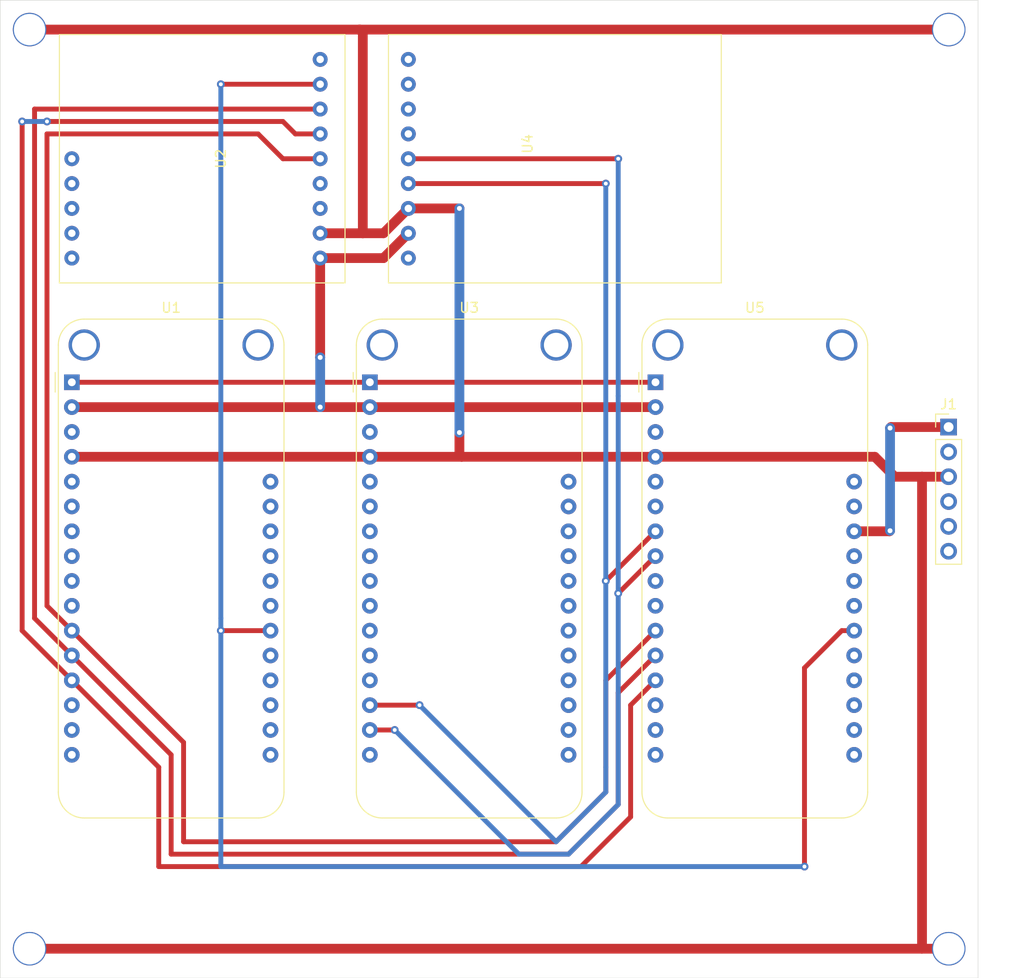
<source format=kicad_pcb>
(kicad_pcb (version 20171130) (host pcbnew "(5.1.8)-1")

  (general
    (thickness 1.6)
    (drawings 4)
    (tracks 130)
    (zones 0)
    (modules 6)
    (nets 11)
  )

  (page A4)
  (layers
    (0 F.Cu signal)
    (31 B.Cu signal)
    (32 B.Adhes user)
    (33 F.Adhes user)
    (34 B.Paste user)
    (35 F.Paste user)
    (36 B.SilkS user)
    (37 F.SilkS user)
    (38 B.Mask user)
    (39 F.Mask user)
    (40 Dwgs.User user)
    (41 Cmts.User user)
    (42 Eco1.User user)
    (43 Eco2.User user)
    (44 Edge.Cuts user)
    (45 Margin user)
    (46 B.CrtYd user)
    (47 F.CrtYd user)
    (48 B.Fab user)
    (49 F.Fab user)
  )

  (setup
    (last_trace_width 0.999744)
    (user_trace_width 0.499872)
    (user_trace_width 0.999744)
    (trace_clearance 0.2)
    (zone_clearance 0.508)
    (zone_45_only no)
    (trace_min 0.2)
    (via_size 0.8)
    (via_drill 0.4)
    (via_min_size 0.4)
    (via_min_drill 0.3)
    (user_via 0.999744 0.499872)
    (uvia_size 0.3)
    (uvia_drill 0.1)
    (uvias_allowed no)
    (uvia_min_size 0.2)
    (uvia_min_drill 0.1)
    (edge_width 0.05)
    (segment_width 0.2)
    (pcb_text_width 0.3)
    (pcb_text_size 1.5 1.5)
    (mod_edge_width 0.12)
    (mod_text_size 1 1)
    (mod_text_width 0.15)
    (pad_size 1.524 1.524)
    (pad_drill 0.762)
    (pad_to_mask_clearance 0)
    (aux_axis_origin 0 0)
    (visible_elements 7FFFFFFF)
    (pcbplotparams
      (layerselection 0x010fc_ffffffff)
      (usegerberextensions false)
      (usegerberattributes true)
      (usegerberadvancedattributes true)
      (creategerberjobfile true)
      (excludeedgelayer true)
      (linewidth 0.100000)
      (plotframeref false)
      (viasonmask false)
      (mode 1)
      (useauxorigin false)
      (hpglpennumber 1)
      (hpglpenspeed 20)
      (hpglpendiameter 15.000000)
      (psnegative false)
      (psa4output false)
      (plotreference true)
      (plotvalue true)
      (plotinvisibletext false)
      (padsonsilk false)
      (subtractmaskfromsilk false)
      (outputformat 1)
      (mirror false)
      (drillshape 1)
      (scaleselection 1)
      (outputdirectory ""))
  )

  (net 0 "")
  (net 1 +5V)
  (net 2 GND)
  (net 3 MISO)
  (net 4 MOSI)
  (net 5 SCK)
  (net 6 +3V3)
  (net 7 Reset)
  (net 8 CS1)
  (net 9 Transmit)
  (net 10 Recieve)

  (net_class Default "This is the default net class."
    (clearance 0.2)
    (trace_width 0.25)
    (via_dia 0.8)
    (via_drill 0.4)
    (uvia_dia 0.3)
    (uvia_drill 0.1)
    (add_net +3V3)
    (add_net +5V)
    (add_net CS1)
    (add_net GND)
    (add_net MISO)
    (add_net MOSI)
    (add_net Recieve)
    (add_net Reset)
    (add_net SCK)
    (add_net Transmit)
  )

  (module Module:Adafruit_Feather_WithMountingHoles (layer F.Cu) (tedit 5F74A135) (tstamp 604623AF)
    (at 20.32 52.07)
    (descr "Common footprint for the Adafruit Feather series of boards, https://learn.adafruit.com/adafruit-feather/feather-specification")
    (tags "Adafruit Feather")
    (path /5FECE996)
    (fp_text reference U1 (at 10.16 -7.62) (layer F.SilkS)
      (effects (font (size 1 1) (thickness 0.15)))
    )
    (fp_text value "LoRa Feather" (at 10.16 45.72 180) (layer F.Fab)
      (effects (font (size 1 1) (thickness 0.15)))
    )
    (fp_line (start 21.84 41.91) (end 21.84 -3.81) (layer F.CrtYd) (width 0.05))
    (fp_line (start 19.05 44.7) (end 1.27 44.7) (layer F.CrtYd) (width 0.05))
    (fp_line (start -1.52 41.91) (end -1.52 -3.81) (layer F.CrtYd) (width 0.05))
    (fp_line (start 19.05 -6.46) (end 1.27 -6.46) (layer F.SilkS) (width 0.12))
    (fp_line (start 19.05 44.56) (end 1.27 44.56) (layer F.SilkS) (width 0.12))
    (fp_line (start 21.7 -3.81) (end 21.7 41.91) (layer F.SilkS) (width 0.12))
    (fp_line (start -1.38 -3.81) (end -1.38 41.91) (layer F.SilkS) (width 0.12))
    (fp_line (start 19.05 -6.35) (end 1.27 -6.35) (layer F.Fab) (width 0.1))
    (fp_line (start -1.27 -3.81) (end -1.27 41.91) (layer F.Fab) (width 0.1))
    (fp_line (start 1.27 44.45) (end 19.05 44.45) (layer F.Fab) (width 0.1))
    (fp_line (start 21.59 41.91) (end 21.59 -3.81) (layer F.Fab) (width 0.1))
    (fp_line (start 19.05 -6.6) (end 1.27 -6.6) (layer F.CrtYd) (width 0.05))
    (fp_line (start -1.7 1) (end -1.7 -1) (layer F.SilkS) (width 0.12))
    (fp_line (start -1.27 -0.889) (end -0.381 0) (layer F.Fab) (width 0.1))
    (fp_line (start -0.381 0) (end -1.27 0.889) (layer F.Fab) (width 0.1))
    (fp_arc (start 19.05 -3.81) (end 21.84 -3.81) (angle -90) (layer F.CrtYd) (width 0.05))
    (fp_arc (start 1.27 -3.81) (end 1.27 -6.6) (angle -90) (layer F.CrtYd) (width 0.05))
    (fp_arc (start 19.05 41.91) (end 21.59 41.91) (angle 90) (layer F.Fab) (width 0.1))
    (fp_arc (start 1.27 41.91) (end -1.27 41.91) (angle -88.9) (layer F.Fab) (width 0.1))
    (fp_arc (start 1.27 -3.81) (end -1.27 -3.81) (angle 90) (layer F.Fab) (width 0.1))
    (fp_arc (start 19.05 -3.81) (end 19.05 -6.35) (angle 90) (layer F.Fab) (width 0.1))
    (fp_arc (start 1.27 41.91) (end -1.38 41.91) (angle -90) (layer F.SilkS) (width 0.12))
    (fp_arc (start 19.05 41.91) (end 19.05 44.56) (angle -90) (layer F.SilkS) (width 0.12))
    (fp_arc (start 1.27 -3.81) (end 1.27 -6.46) (angle -90) (layer F.SilkS) (width 0.12))
    (fp_arc (start 19.05 -3.81) (end 21.7 -3.81) (angle -90) (layer F.SilkS) (width 0.12))
    (fp_arc (start 1.27 41.91) (end -1.52 41.91) (angle -90) (layer F.CrtYd) (width 0.05))
    (fp_arc (start 19.05 41.91) (end 19.05 44.7) (angle -90) (layer F.CrtYd) (width 0.05))
    (fp_text user %R (at 10.16 19.05 180) (layer F.Fab)
      (effects (font (size 1 1) (thickness 0.15)))
    )
    (pad 16 thru_hole circle (at 0 38.1 180) (size 1.6 1.6) (drill 0.8) (layers *.Cu *.Mask))
    (pad 15 thru_hole circle (at 0 35.56 180) (size 1.6 1.6) (drill 0.8) (layers *.Cu *.Mask))
    (pad 14 thru_hole circle (at 0 33.02 180) (size 1.6 1.6) (drill 0.8) (layers *.Cu *.Mask))
    (pad 13 thru_hole circle (at 0 30.48 180) (size 1.6 1.6) (drill 0.8) (layers *.Cu *.Mask)
      (net 3 MISO))
    (pad 12 thru_hole circle (at 0 27.94 180) (size 1.6 1.6) (drill 0.8) (layers *.Cu *.Mask)
      (net 4 MOSI))
    (pad 11 thru_hole circle (at 0 25.4 180) (size 1.6 1.6) (drill 0.8) (layers *.Cu *.Mask)
      (net 5 SCK))
    (pad 10 thru_hole circle (at 0 22.86 180) (size 1.6 1.6) (drill 0.8) (layers *.Cu *.Mask))
    (pad 9 thru_hole circle (at 0 20.32 180) (size 1.6 1.6) (drill 0.8) (layers *.Cu *.Mask))
    (pad 8 thru_hole circle (at 0 17.78 180) (size 1.6 1.6) (drill 0.8) (layers *.Cu *.Mask))
    (pad 7 thru_hole circle (at 0 15.24 180) (size 1.6 1.6) (drill 0.8) (layers *.Cu *.Mask))
    (pad 6 thru_hole circle (at 0 12.7 180) (size 1.6 1.6) (drill 0.8) (layers *.Cu *.Mask))
    (pad 5 thru_hole circle (at 0 10.16 180) (size 1.6 1.6) (drill 0.8) (layers *.Cu *.Mask))
    (pad 4 thru_hole circle (at 0 7.62 180) (size 1.6 1.6) (drill 0.8) (layers *.Cu *.Mask)
      (net 2 GND))
    (pad 3 thru_hole circle (at 0 5.08 180) (size 1.6 1.6) (drill 0.8) (layers *.Cu *.Mask))
    (pad 2 thru_hole circle (at 0 2.54 180) (size 1.6 1.6) (drill 0.8) (layers *.Cu *.Mask)
      (net 6 +3V3))
    (pad 1 thru_hole rect (at 0 0 180) (size 1.6 1.6) (drill 0.8) (layers *.Cu *.Mask)
      (net 7 Reset))
    (pad 28 thru_hole circle (at 20.32 10.16 180) (size 1.6 1.6) (drill 0.8) (layers *.Cu *.Mask))
    (pad 27 thru_hole circle (at 20.32 12.7 180) (size 1.6 1.6) (drill 0.8) (layers *.Cu *.Mask))
    (pad 26 thru_hole circle (at 20.32 15.24 180) (size 1.6 1.6) (drill 0.8) (layers *.Cu *.Mask))
    (pad 25 thru_hole circle (at 20.32 17.78 180) (size 1.6 1.6) (drill 0.8) (layers *.Cu *.Mask))
    (pad 24 thru_hole circle (at 20.32 20.32 180) (size 1.6 1.6) (drill 0.8) (layers *.Cu *.Mask))
    (pad 23 thru_hole circle (at 20.32 22.86 180) (size 1.6 1.6) (drill 0.8) (layers *.Cu *.Mask))
    (pad 22 thru_hole circle (at 20.32 25.4 180) (size 1.6 1.6) (drill 0.8) (layers *.Cu *.Mask)
      (net 8 CS1))
    (pad 21 thru_hole circle (at 20.32 27.94 180) (size 1.6 1.6) (drill 0.8) (layers *.Cu *.Mask))
    (pad 20 thru_hole circle (at 20.32 30.48 180) (size 1.6 1.6) (drill 0.8) (layers *.Cu *.Mask))
    (pad 19 thru_hole circle (at 20.32 33.02 180) (size 1.6 1.6) (drill 0.8) (layers *.Cu *.Mask))
    (pad 18 thru_hole circle (at 20.32 35.56 180) (size 1.6 1.6) (drill 0.8) (layers *.Cu *.Mask))
    (pad 17 thru_hole circle (at 20.32 38.1 180) (size 1.6 1.6) (drill 0.8) (layers *.Cu *.Mask))
    (pad "" np_thru_hole circle (at 19.05 -3.81 270) (size 3.2 3.2) (drill 2.5) (layers *.Cu *.Mask))
    (pad "" np_thru_hole circle (at 19.05 41.91 270) (size 2.54 2.54) (drill 2.54) (layers *.Cu *.Mask))
    (pad "" np_thru_hole circle (at 1.27 -3.81 270) (size 3.2 3.2) (drill 2.5) (layers *.Cu *.Mask))
    (pad "" np_thru_hole circle (at 1.27 41.91 270) (size 2.54 2.54) (drill 2.54) (layers *.Cu *.Mask))
    (model ${KISYS3DMOD}/Module.3dshapes/Adafruit_Feather.wrl
      (at (xyz 0 0 0))
      (scale (xyz 1 1 1))
      (rotate (xyz 0 0 0))
    )
  )

  (module Module:Adafruit_Feather_WithMountingHoles (layer F.Cu) (tedit 5F74A135) (tstamp 604623EF)
    (at 50.8 52.07)
    (descr "Common footprint for the Adafruit Feather series of boards, https://learn.adafruit.com/adafruit-feather/feather-specification")
    (tags "Adafruit Feather")
    (path /5FECAF4B)
    (fp_text reference U3 (at 10.16 -7.62) (layer F.SilkS)
      (effects (font (size 1 1) (thickness 0.15)))
    )
    (fp_text value "GPS Feather" (at 10.16 45.72 180) (layer F.Fab)
      (effects (font (size 1 1) (thickness 0.15)))
    )
    (fp_line (start -0.381 0) (end -1.27 0.889) (layer F.Fab) (width 0.1))
    (fp_line (start -1.27 -0.889) (end -0.381 0) (layer F.Fab) (width 0.1))
    (fp_line (start -1.7 1) (end -1.7 -1) (layer F.SilkS) (width 0.12))
    (fp_line (start 19.05 -6.6) (end 1.27 -6.6) (layer F.CrtYd) (width 0.05))
    (fp_line (start 21.59 41.91) (end 21.59 -3.81) (layer F.Fab) (width 0.1))
    (fp_line (start 1.27 44.45) (end 19.05 44.45) (layer F.Fab) (width 0.1))
    (fp_line (start -1.27 -3.81) (end -1.27 41.91) (layer F.Fab) (width 0.1))
    (fp_line (start 19.05 -6.35) (end 1.27 -6.35) (layer F.Fab) (width 0.1))
    (fp_line (start -1.38 -3.81) (end -1.38 41.91) (layer F.SilkS) (width 0.12))
    (fp_line (start 21.7 -3.81) (end 21.7 41.91) (layer F.SilkS) (width 0.12))
    (fp_line (start 19.05 44.56) (end 1.27 44.56) (layer F.SilkS) (width 0.12))
    (fp_line (start 19.05 -6.46) (end 1.27 -6.46) (layer F.SilkS) (width 0.12))
    (fp_line (start -1.52 41.91) (end -1.52 -3.81) (layer F.CrtYd) (width 0.05))
    (fp_line (start 19.05 44.7) (end 1.27 44.7) (layer F.CrtYd) (width 0.05))
    (fp_line (start 21.84 41.91) (end 21.84 -3.81) (layer F.CrtYd) (width 0.05))
    (fp_text user %R (at 10.16 19.05 180) (layer F.Fab)
      (effects (font (size 1 1) (thickness 0.15)))
    )
    (fp_arc (start 19.05 41.91) (end 19.05 44.7) (angle -90) (layer F.CrtYd) (width 0.05))
    (fp_arc (start 1.27 41.91) (end -1.52 41.91) (angle -90) (layer F.CrtYd) (width 0.05))
    (fp_arc (start 19.05 -3.81) (end 21.7 -3.81) (angle -90) (layer F.SilkS) (width 0.12))
    (fp_arc (start 1.27 -3.81) (end 1.27 -6.46) (angle -90) (layer F.SilkS) (width 0.12))
    (fp_arc (start 19.05 41.91) (end 19.05 44.56) (angle -90) (layer F.SilkS) (width 0.12))
    (fp_arc (start 1.27 41.91) (end -1.38 41.91) (angle -90) (layer F.SilkS) (width 0.12))
    (fp_arc (start 19.05 -3.81) (end 19.05 -6.35) (angle 90) (layer F.Fab) (width 0.1))
    (fp_arc (start 1.27 -3.81) (end -1.27 -3.81) (angle 90) (layer F.Fab) (width 0.1))
    (fp_arc (start 1.27 41.91) (end -1.27 41.91) (angle -88.9) (layer F.Fab) (width 0.1))
    (fp_arc (start 19.05 41.91) (end 21.59 41.91) (angle 90) (layer F.Fab) (width 0.1))
    (fp_arc (start 1.27 -3.81) (end 1.27 -6.6) (angle -90) (layer F.CrtYd) (width 0.05))
    (fp_arc (start 19.05 -3.81) (end 21.84 -3.81) (angle -90) (layer F.CrtYd) (width 0.05))
    (pad "" np_thru_hole circle (at 1.27 41.91 270) (size 2.54 2.54) (drill 2.54) (layers *.Cu *.Mask))
    (pad "" np_thru_hole circle (at 1.27 -3.81 270) (size 3.2 3.2) (drill 2.5) (layers *.Cu *.Mask))
    (pad "" np_thru_hole circle (at 19.05 41.91 270) (size 2.54 2.54) (drill 2.54) (layers *.Cu *.Mask))
    (pad "" np_thru_hole circle (at 19.05 -3.81 270) (size 3.2 3.2) (drill 2.5) (layers *.Cu *.Mask))
    (pad 17 thru_hole circle (at 20.32 38.1 180) (size 1.6 1.6) (drill 0.8) (layers *.Cu *.Mask))
    (pad 18 thru_hole circle (at 20.32 35.56 180) (size 1.6 1.6) (drill 0.8) (layers *.Cu *.Mask))
    (pad 19 thru_hole circle (at 20.32 33.02 180) (size 1.6 1.6) (drill 0.8) (layers *.Cu *.Mask))
    (pad 20 thru_hole circle (at 20.32 30.48 180) (size 1.6 1.6) (drill 0.8) (layers *.Cu *.Mask))
    (pad 21 thru_hole circle (at 20.32 27.94 180) (size 1.6 1.6) (drill 0.8) (layers *.Cu *.Mask))
    (pad 22 thru_hole circle (at 20.32 25.4 180) (size 1.6 1.6) (drill 0.8) (layers *.Cu *.Mask))
    (pad 23 thru_hole circle (at 20.32 22.86 180) (size 1.6 1.6) (drill 0.8) (layers *.Cu *.Mask))
    (pad 24 thru_hole circle (at 20.32 20.32 180) (size 1.6 1.6) (drill 0.8) (layers *.Cu *.Mask))
    (pad 25 thru_hole circle (at 20.32 17.78 180) (size 1.6 1.6) (drill 0.8) (layers *.Cu *.Mask))
    (pad 26 thru_hole circle (at 20.32 15.24 180) (size 1.6 1.6) (drill 0.8) (layers *.Cu *.Mask))
    (pad 27 thru_hole circle (at 20.32 12.7 180) (size 1.6 1.6) (drill 0.8) (layers *.Cu *.Mask))
    (pad 28 thru_hole circle (at 20.32 10.16 180) (size 1.6 1.6) (drill 0.8) (layers *.Cu *.Mask))
    (pad 1 thru_hole rect (at 0 0 180) (size 1.6 1.6) (drill 0.8) (layers *.Cu *.Mask)
      (net 7 Reset))
    (pad 2 thru_hole circle (at 0 2.54 180) (size 1.6 1.6) (drill 0.8) (layers *.Cu *.Mask)
      (net 6 +3V3))
    (pad 3 thru_hole circle (at 0 5.08 180) (size 1.6 1.6) (drill 0.8) (layers *.Cu *.Mask))
    (pad 4 thru_hole circle (at 0 7.62 180) (size 1.6 1.6) (drill 0.8) (layers *.Cu *.Mask)
      (net 2 GND))
    (pad 5 thru_hole circle (at 0 10.16 180) (size 1.6 1.6) (drill 0.8) (layers *.Cu *.Mask))
    (pad 6 thru_hole circle (at 0 12.7 180) (size 1.6 1.6) (drill 0.8) (layers *.Cu *.Mask))
    (pad 7 thru_hole circle (at 0 15.24 180) (size 1.6 1.6) (drill 0.8) (layers *.Cu *.Mask))
    (pad 8 thru_hole circle (at 0 17.78 180) (size 1.6 1.6) (drill 0.8) (layers *.Cu *.Mask))
    (pad 9 thru_hole circle (at 0 20.32 180) (size 1.6 1.6) (drill 0.8) (layers *.Cu *.Mask))
    (pad 10 thru_hole circle (at 0 22.86 180) (size 1.6 1.6) (drill 0.8) (layers *.Cu *.Mask))
    (pad 11 thru_hole circle (at 0 25.4 180) (size 1.6 1.6) (drill 0.8) (layers *.Cu *.Mask))
    (pad 12 thru_hole circle (at 0 27.94 180) (size 1.6 1.6) (drill 0.8) (layers *.Cu *.Mask))
    (pad 13 thru_hole circle (at 0 30.48 180) (size 1.6 1.6) (drill 0.8) (layers *.Cu *.Mask))
    (pad 14 thru_hole circle (at 0 33.02 180) (size 1.6 1.6) (drill 0.8) (layers *.Cu *.Mask)
      (net 9 Transmit))
    (pad 15 thru_hole circle (at 0 35.56 180) (size 1.6 1.6) (drill 0.8) (layers *.Cu *.Mask)
      (net 10 Recieve))
    (pad 16 thru_hole circle (at 0 38.1 180) (size 1.6 1.6) (drill 0.8) (layers *.Cu *.Mask))
    (model ${KISYS3DMOD}/Module.3dshapes/Adafruit_Feather.wrl
      (at (xyz 0 0 0))
      (scale (xyz 1 1 1))
      (rotate (xyz 0 0 0))
    )
  )

  (module Module:Adafruit_Feather_WithMountingHoles (layer F.Cu) (tedit 5F74A135) (tstamp 6046242F)
    (at 80.01 52.07)
    (descr "Common footprint for the Adafruit Feather series of boards, https://learn.adafruit.com/adafruit-feather/feather-specification")
    (tags "Adafruit Feather")
    (path /5FEC8213)
    (fp_text reference U5 (at 10.16 -7.62) (layer F.SilkS)
      (effects (font (size 1 1) (thickness 0.15)))
    )
    (fp_text value M4 (at 10.16 45.72 180) (layer F.Fab)
      (effects (font (size 1 1) (thickness 0.15)))
    )
    (fp_line (start 21.84 41.91) (end 21.84 -3.81) (layer F.CrtYd) (width 0.05))
    (fp_line (start 19.05 44.7) (end 1.27 44.7) (layer F.CrtYd) (width 0.05))
    (fp_line (start -1.52 41.91) (end -1.52 -3.81) (layer F.CrtYd) (width 0.05))
    (fp_line (start 19.05 -6.46) (end 1.27 -6.46) (layer F.SilkS) (width 0.12))
    (fp_line (start 19.05 44.56) (end 1.27 44.56) (layer F.SilkS) (width 0.12))
    (fp_line (start 21.7 -3.81) (end 21.7 41.91) (layer F.SilkS) (width 0.12))
    (fp_line (start -1.38 -3.81) (end -1.38 41.91) (layer F.SilkS) (width 0.12))
    (fp_line (start 19.05 -6.35) (end 1.27 -6.35) (layer F.Fab) (width 0.1))
    (fp_line (start -1.27 -3.81) (end -1.27 41.91) (layer F.Fab) (width 0.1))
    (fp_line (start 1.27 44.45) (end 19.05 44.45) (layer F.Fab) (width 0.1))
    (fp_line (start 21.59 41.91) (end 21.59 -3.81) (layer F.Fab) (width 0.1))
    (fp_line (start 19.05 -6.6) (end 1.27 -6.6) (layer F.CrtYd) (width 0.05))
    (fp_line (start -1.7 1) (end -1.7 -1) (layer F.SilkS) (width 0.12))
    (fp_line (start -1.27 -0.889) (end -0.381 0) (layer F.Fab) (width 0.1))
    (fp_line (start -0.381 0) (end -1.27 0.889) (layer F.Fab) (width 0.1))
    (fp_arc (start 19.05 -3.81) (end 21.84 -3.81) (angle -90) (layer F.CrtYd) (width 0.05))
    (fp_arc (start 1.27 -3.81) (end 1.27 -6.6) (angle -90) (layer F.CrtYd) (width 0.05))
    (fp_arc (start 19.05 41.91) (end 21.59 41.91) (angle 90) (layer F.Fab) (width 0.1))
    (fp_arc (start 1.27 41.91) (end -1.27 41.91) (angle -88.9) (layer F.Fab) (width 0.1))
    (fp_arc (start 1.27 -3.81) (end -1.27 -3.81) (angle 90) (layer F.Fab) (width 0.1))
    (fp_arc (start 19.05 -3.81) (end 19.05 -6.35) (angle 90) (layer F.Fab) (width 0.1))
    (fp_arc (start 1.27 41.91) (end -1.38 41.91) (angle -90) (layer F.SilkS) (width 0.12))
    (fp_arc (start 19.05 41.91) (end 19.05 44.56) (angle -90) (layer F.SilkS) (width 0.12))
    (fp_arc (start 1.27 -3.81) (end 1.27 -6.46) (angle -90) (layer F.SilkS) (width 0.12))
    (fp_arc (start 19.05 -3.81) (end 21.7 -3.81) (angle -90) (layer F.SilkS) (width 0.12))
    (fp_arc (start 1.27 41.91) (end -1.52 41.91) (angle -90) (layer F.CrtYd) (width 0.05))
    (fp_arc (start 19.05 41.91) (end 19.05 44.7) (angle -90) (layer F.CrtYd) (width 0.05))
    (fp_text user %R (at 10.16 19.05 180) (layer F.Fab)
      (effects (font (size 1 1) (thickness 0.15)))
    )
    (pad 16 thru_hole circle (at 0 38.1 180) (size 1.6 1.6) (drill 0.8) (layers *.Cu *.Mask))
    (pad 15 thru_hole circle (at 0 35.56 180) (size 1.6 1.6) (drill 0.8) (layers *.Cu *.Mask))
    (pad 14 thru_hole circle (at 0 33.02 180) (size 1.6 1.6) (drill 0.8) (layers *.Cu *.Mask))
    (pad 13 thru_hole circle (at 0 30.48 180) (size 1.6 1.6) (drill 0.8) (layers *.Cu *.Mask)
      (net 3 MISO))
    (pad 12 thru_hole circle (at 0 27.94 180) (size 1.6 1.6) (drill 0.8) (layers *.Cu *.Mask)
      (net 4 MOSI))
    (pad 11 thru_hole circle (at 0 25.4 180) (size 1.6 1.6) (drill 0.8) (layers *.Cu *.Mask)
      (net 5 SCK))
    (pad 10 thru_hole circle (at 0 22.86 180) (size 1.6 1.6) (drill 0.8) (layers *.Cu *.Mask))
    (pad 9 thru_hole circle (at 0 20.32 180) (size 1.6 1.6) (drill 0.8) (layers *.Cu *.Mask))
    (pad 8 thru_hole circle (at 0 17.78 180) (size 1.6 1.6) (drill 0.8) (layers *.Cu *.Mask)
      (net 10 Recieve))
    (pad 7 thru_hole circle (at 0 15.24 180) (size 1.6 1.6) (drill 0.8) (layers *.Cu *.Mask)
      (net 9 Transmit))
    (pad 6 thru_hole circle (at 0 12.7 180) (size 1.6 1.6) (drill 0.8) (layers *.Cu *.Mask))
    (pad 5 thru_hole circle (at 0 10.16 180) (size 1.6 1.6) (drill 0.8) (layers *.Cu *.Mask))
    (pad 4 thru_hole circle (at 0 7.62 180) (size 1.6 1.6) (drill 0.8) (layers *.Cu *.Mask)
      (net 2 GND))
    (pad 3 thru_hole circle (at 0 5.08 180) (size 1.6 1.6) (drill 0.8) (layers *.Cu *.Mask))
    (pad 2 thru_hole circle (at 0 2.54 180) (size 1.6 1.6) (drill 0.8) (layers *.Cu *.Mask)
      (net 6 +3V3))
    (pad 1 thru_hole rect (at 0 0 180) (size 1.6 1.6) (drill 0.8) (layers *.Cu *.Mask)
      (net 7 Reset))
    (pad 28 thru_hole circle (at 20.32 10.16 180) (size 1.6 1.6) (drill 0.8) (layers *.Cu *.Mask))
    (pad 27 thru_hole circle (at 20.32 12.7 180) (size 1.6 1.6) (drill 0.8) (layers *.Cu *.Mask))
    (pad 26 thru_hole circle (at 20.32 15.24 180) (size 1.6 1.6) (drill 0.8) (layers *.Cu *.Mask)
      (net 1 +5V))
    (pad 25 thru_hole circle (at 20.32 17.78 180) (size 1.6 1.6) (drill 0.8) (layers *.Cu *.Mask))
    (pad 24 thru_hole circle (at 20.32 20.32 180) (size 1.6 1.6) (drill 0.8) (layers *.Cu *.Mask))
    (pad 23 thru_hole circle (at 20.32 22.86 180) (size 1.6 1.6) (drill 0.8) (layers *.Cu *.Mask))
    (pad 22 thru_hole circle (at 20.32 25.4 180) (size 1.6 1.6) (drill 0.8) (layers *.Cu *.Mask)
      (net 8 CS1))
    (pad 21 thru_hole circle (at 20.32 27.94 180) (size 1.6 1.6) (drill 0.8) (layers *.Cu *.Mask))
    (pad 20 thru_hole circle (at 20.32 30.48 180) (size 1.6 1.6) (drill 0.8) (layers *.Cu *.Mask))
    (pad 19 thru_hole circle (at 20.32 33.02 180) (size 1.6 1.6) (drill 0.8) (layers *.Cu *.Mask))
    (pad 18 thru_hole circle (at 20.32 35.56 180) (size 1.6 1.6) (drill 0.8) (layers *.Cu *.Mask))
    (pad 17 thru_hole circle (at 20.32 38.1 180) (size 1.6 1.6) (drill 0.8) (layers *.Cu *.Mask))
    (pad "" np_thru_hole circle (at 19.05 -3.81 270) (size 3.2 3.2) (drill 2.5) (layers *.Cu *.Mask))
    (pad "" np_thru_hole circle (at 19.05 41.91 270) (size 2.54 2.54) (drill 2.54) (layers *.Cu *.Mask))
    (pad "" np_thru_hole circle (at 1.27 -3.81 270) (size 3.2 3.2) (drill 2.5) (layers *.Cu *.Mask))
    (pad "" np_thru_hole circle (at 1.27 41.91 270) (size 2.54 2.54) (drill 2.54) (layers *.Cu *.Mask))
    (model ${KISYS3DMOD}/Module.3dshapes/Adafruit_Feather.wrl
      (at (xyz 0 0 0))
      (scale (xyz 1 1 1))
      (rotate (xyz 0 0 0))
    )
  )

  (module Devices:LoRa_Breakout (layer F.Cu) (tedit 6046D813) (tstamp 6047380F)
    (at 48.26 41.91 90)
    (path /5FEED44E)
    (fp_text reference U2 (at 12.7 -12.7 90) (layer F.SilkS)
      (effects (font (size 1 1) (thickness 0.15)))
    )
    (fp_text value LoRa_Breakout (at 12.7 -20.32 90) (layer F.Fab)
      (effects (font (size 1 1) (thickness 0.15)))
    )
    (fp_line (start 0 0) (end 0 -29.21) (layer F.SilkS) (width 0.12))
    (fp_line (start 0 -29.21) (end 25.4 -29.21) (layer F.SilkS) (width 0.12))
    (fp_line (start 25.4 -29.21) (end 25.4 0) (layer F.SilkS) (width 0.12))
    (fp_line (start 25.4 0) (end 0 0) (layer F.SilkS) (width 0.12))
    (pad 1 thru_hole circle (at 2.54 -2.54 90) (size 1.524 1.524) (drill 0.762) (layers *.Cu *.Mask)
      (net 6 +3V3))
    (pad 2 thru_hole circle (at 5.08 -2.54 90) (size 1.524 1.524) (drill 0.762) (layers *.Cu *.Mask)
      (net 2 GND))
    (pad 3 thru_hole circle (at 7.62 -2.54 90) (size 1.524 1.524) (drill 0.762) (layers *.Cu *.Mask))
    (pad 4 thru_hole circle (at 10.16 -2.54 90) (size 1.524 1.524) (drill 0.762) (layers *.Cu *.Mask))
    (pad 5 thru_hole circle (at 12.7 -2.54 90) (size 1.524 1.524) (drill 0.762) (layers *.Cu *.Mask)
      (net 5 SCK))
    (pad 6 thru_hole circle (at 15.24 -2.54 90) (size 1.524 1.524) (drill 0.762) (layers *.Cu *.Mask)
      (net 3 MISO))
    (pad 7 thru_hole circle (at 17.78 -2.54 90) (size 1.524 1.524) (drill 0.762) (layers *.Cu *.Mask)
      (net 4 MOSI))
    (pad 8 thru_hole circle (at 20.32 -2.54 90) (size 1.524 1.524) (drill 0.762) (layers *.Cu *.Mask)
      (net 8 CS1))
    (pad 9 thru_hole circle (at 22.86 -2.54 90) (size 1.524 1.524) (drill 0.762) (layers *.Cu *.Mask))
    (pad 10 thru_hole circle (at 2.54 -27.94 90) (size 1.524 1.524) (drill 0.762) (layers *.Cu *.Mask))
    (pad 11 thru_hole circle (at 5.08 -27.94 90) (size 1.524 1.524) (drill 0.762) (layers *.Cu *.Mask))
    (pad 12 thru_hole circle (at 7.62 -27.94 90) (size 1.524 1.524) (drill 0.762) (layers *.Cu *.Mask))
    (pad 13 thru_hole circle (at 10.16 -27.94 90) (size 1.524 1.524) (drill 0.762) (layers *.Cu *.Mask))
    (pad 14 thru_hole circle (at 12.7 -27.94 90) (size 1.524 1.524) (drill 0.762) (layers *.Cu *.Mask))
  )

  (module Devices:GPS_Breakout (layer F.Cu) (tedit 6046DEE0) (tstamp 60473822)
    (at 52.705 16.51 270)
    (path /5FEE2186)
    (fp_text reference U4 (at 11.176 -14.224 90) (layer F.SilkS)
      (effects (font (size 1 1) (thickness 0.15)))
    )
    (fp_text value GPS_Breakout (at 11.684 -22.352 90) (layer F.Fab)
      (effects (font (size 1 1) (thickness 0.15)))
    )
    (fp_line (start 0 0) (end 0 -34.036) (layer F.SilkS) (width 0.12))
    (fp_line (start 0 -34.036) (end 25.4 -34.036) (layer F.SilkS) (width 0.12))
    (fp_line (start 25.4 -34.036) (end 25.4 0) (layer F.SilkS) (width 0.12))
    (fp_line (start 25.4 0) (end 0 0) (layer F.SilkS) (width 0.12))
    (pad 1 thru_hole circle (at 2.54 -2.032 270) (size 1.524 1.524) (drill 0.762) (layers *.Cu *.Mask))
    (pad 2 thru_hole circle (at 5.08 -2.032 270) (size 1.524 1.524) (drill 0.762) (layers *.Cu *.Mask))
    (pad 3 thru_hole circle (at 7.62 -2.032 270) (size 1.524 1.524) (drill 0.762) (layers *.Cu *.Mask))
    (pad 4 thru_hole circle (at 10.16 -2.032 270) (size 1.524 1.524) (drill 0.762) (layers *.Cu *.Mask))
    (pad 5 thru_hole circle (at 12.7 -2.032 270) (size 1.524 1.524) (drill 0.762) (layers *.Cu *.Mask)
      (net 10 Recieve))
    (pad 6 thru_hole circle (at 15.24 -2.032 270) (size 1.524 1.524) (drill 0.762) (layers *.Cu *.Mask)
      (net 9 Transmit))
    (pad 7 thru_hole circle (at 17.78 -2.032 270) (size 1.524 1.524) (drill 0.762) (layers *.Cu *.Mask)
      (net 2 GND))
    (pad 8 thru_hole circle (at 20.32 -2.032 270) (size 1.524 1.524) (drill 0.762) (layers *.Cu *.Mask)
      (net 6 +3V3))
    (pad 9 thru_hole circle (at 22.86 -2.032 270) (size 1.524 1.524) (drill 0.762) (layers *.Cu *.Mask))
    (pad "" np_thru_hole circle (at 2.54 -31.496 270) (size 2.54 2.54) (drill 2.54) (layers *.Cu *.Mask))
    (pad "" np_thru_hole circle (at 22.86 -31.496 270) (size 2.54 2.54) (drill 2.54) (layers *.Cu *.Mask))
  )

  (module Connector_PinHeader_2.54mm:PinHeader_1x06_P2.54mm_Vertical (layer F.Cu) (tedit 59FED5CC) (tstamp 6067931B)
    (at 109.99 56.65)
    (descr "Through hole straight pin header, 1x06, 2.54mm pitch, single row")
    (tags "Through hole pin header THT 1x06 2.54mm single row")
    (path /6067946D)
    (fp_text reference J1 (at 0 -2.33) (layer F.SilkS)
      (effects (font (size 1 1) (thickness 0.15)))
    )
    (fp_text value Conn_01x06_Female (at 0 15.03) (layer F.Fab)
      (effects (font (size 1 1) (thickness 0.15)))
    )
    (fp_line (start 1.8 -1.8) (end -1.8 -1.8) (layer F.CrtYd) (width 0.05))
    (fp_line (start 1.8 14.5) (end 1.8 -1.8) (layer F.CrtYd) (width 0.05))
    (fp_line (start -1.8 14.5) (end 1.8 14.5) (layer F.CrtYd) (width 0.05))
    (fp_line (start -1.8 -1.8) (end -1.8 14.5) (layer F.CrtYd) (width 0.05))
    (fp_line (start -1.33 -1.33) (end 0 -1.33) (layer F.SilkS) (width 0.12))
    (fp_line (start -1.33 0) (end -1.33 -1.33) (layer F.SilkS) (width 0.12))
    (fp_line (start -1.33 1.27) (end 1.33 1.27) (layer F.SilkS) (width 0.12))
    (fp_line (start 1.33 1.27) (end 1.33 14.03) (layer F.SilkS) (width 0.12))
    (fp_line (start -1.33 1.27) (end -1.33 14.03) (layer F.SilkS) (width 0.12))
    (fp_line (start -1.33 14.03) (end 1.33 14.03) (layer F.SilkS) (width 0.12))
    (fp_line (start -1.27 -0.635) (end -0.635 -1.27) (layer F.Fab) (width 0.1))
    (fp_line (start -1.27 13.97) (end -1.27 -0.635) (layer F.Fab) (width 0.1))
    (fp_line (start 1.27 13.97) (end -1.27 13.97) (layer F.Fab) (width 0.1))
    (fp_line (start 1.27 -1.27) (end 1.27 13.97) (layer F.Fab) (width 0.1))
    (fp_line (start -0.635 -1.27) (end 1.27 -1.27) (layer F.Fab) (width 0.1))
    (fp_text user %R (at 0 6.35 90) (layer F.Fab)
      (effects (font (size 1 1) (thickness 0.15)))
    )
    (pad 1 thru_hole rect (at 0 0) (size 1.7 1.7) (drill 1) (layers *.Cu *.Mask)
      (net 1 +5V))
    (pad 2 thru_hole oval (at 0 2.54) (size 1.7 1.7) (drill 1) (layers *.Cu *.Mask))
    (pad 3 thru_hole oval (at 0 5.08) (size 1.7 1.7) (drill 1) (layers *.Cu *.Mask)
      (net 2 GND))
    (pad 4 thru_hole oval (at 0 7.62) (size 1.7 1.7) (drill 1) (layers *.Cu *.Mask))
    (pad 5 thru_hole oval (at 0 10.16) (size 1.7 1.7) (drill 1) (layers *.Cu *.Mask))
    (pad 6 thru_hole oval (at 0 12.7) (size 1.7 1.7) (drill 1) (layers *.Cu *.Mask))
    (model ${KISYS3DMOD}/Connector_PinHeader_2.54mm.3dshapes/PinHeader_1x06_P2.54mm_Vertical.wrl
      (at (xyz 0 0 0))
      (scale (xyz 1 1 1))
      (rotate (xyz 0 0 0))
    )
  )

  (gr_line (start 13 113) (end 13 13) (layer Edge.Cuts) (width 0.05) (tstamp 6066206D))
  (gr_line (start 113 113) (end 13 113) (layer Edge.Cuts) (width 0.05))
  (gr_line (start 113 13) (end 113 113) (layer Edge.Cuts) (width 0.05))
  (gr_line (start 13 13) (end 113 13) (layer Edge.Cuts) (width 0.05))

  (via (at 104 56.75) (size 0.999744) (drill 0.499872) (layers F.Cu B.Cu) (net 1))
  (segment (start 104 56.75) (end 104 67.25) (width 0.999744) (layer B.Cu) (net 1))
  (via (at 104 67.25) (size 0.999744) (drill 0.499872) (layers F.Cu B.Cu) (net 1))
  (segment (start 100.49 67.15) (end 100.33 67.31) (width 0.999744) (layer F.Cu) (net 1))
  (segment (start 104.1 56.65) (end 104 56.75) (width 0.999744) (layer F.Cu) (net 1))
  (segment (start 109.99 56.65) (end 104.1 56.65) (width 0.999744) (layer F.Cu) (net 1))
  (segment (start 103.94 67.31) (end 104 67.25) (width 0.999744) (layer F.Cu) (net 1))
  (segment (start 100.33 67.31) (end 103.94 67.31) (width 0.999744) (layer F.Cu) (net 1))
  (via (at 16 110) (size 3.429) (drill 3.2004) (layers F.Cu B.Cu) (net 2))
  (segment (start 50.8 59.69) (end 20.32 59.69) (width 0.999744) (layer F.Cu) (net 2))
  (segment (start 52.197 36.83) (end 54.737 34.29) (width 0.999744) (layer F.Cu) (net 2))
  (via (at 110 110) (size 3.429) (drill 3.2004) (layers F.Cu B.Cu) (net 2) (tstamp 6066212A))
  (via (at 110 16) (size 3.429) (drill 3.2004) (layers F.Cu B.Cu) (net 2) (tstamp 60662136))
  (via (at 16 16) (size 3.429) (drill 3.2004) (layers F.Cu B.Cu) (net 2) (tstamp 6066213E))
  (segment (start 54.737 34.29) (end 59.96 34.29) (width 0.999744) (layer F.Cu) (net 2))
  (segment (start 59.96 34.29) (end 59.96 34.29) (width 0.999744) (layer F.Cu) (net 2) (tstamp 60679630))
  (segment (start 59.96 34.29) (end 59.96 34.29) (width 0.999744) (layer F.Cu) (net 2) (tstamp 60679645))
  (via (at 59.96 34.29) (size 0.999744) (drill 0.499872) (layers F.Cu B.Cu) (net 2))
  (segment (start 59.96 34.29) (end 59.96 57.21) (width 0.999744) (layer B.Cu) (net 2))
  (segment (start 59.96 57.21) (end 59.96 57.21) (width 0.999744) (layer B.Cu) (net 2) (tstamp 60679647))
  (via (at 59.96 57.21) (size 0.999744) (drill 0.499872) (layers F.Cu B.Cu) (net 2))
  (segment (start 59.96 59.46) (end 60.19 59.69) (width 0.999744) (layer F.Cu) (net 2))
  (segment (start 59.96 57.21) (end 59.96 59.46) (width 0.999744) (layer F.Cu) (net 2))
  (segment (start 60.19 59.69) (end 50.8 59.69) (width 0.999744) (layer F.Cu) (net 2))
  (segment (start 80.01 59.69) (end 60.19 59.69) (width 0.999744) (layer F.Cu) (net 2))
  (segment (start 50.08 36.83) (end 50.08 16.33) (width 0.999744) (layer F.Cu) (net 2))
  (segment (start 50.08 16.33) (end 49.75 16) (width 0.999744) (layer F.Cu) (net 2))
  (segment (start 49.75 16) (end 16 16) (width 0.999744) (layer F.Cu) (net 2))
  (segment (start 110 16) (end 49.75 16) (width 0.999744) (layer F.Cu) (net 2))
  (segment (start 45.72 36.83) (end 50.08 36.83) (width 0.999744) (layer F.Cu) (net 2))
  (segment (start 50.08 36.83) (end 52.197 36.83) (width 0.999744) (layer F.Cu) (net 2))
  (segment (start 80.01 59.69) (end 102.44 59.69) (width 0.999744) (layer F.Cu) (net 2))
  (segment (start 102.44 59.69) (end 104.48 61.73) (width 0.999744) (layer F.Cu) (net 2))
  (segment (start 107.27 109.98) (end 107.25 110) (width 0.999744) (layer F.Cu) (net 2))
  (segment (start 107.27 61.73) (end 107.27 109.98) (width 0.999744) (layer F.Cu) (net 2))
  (segment (start 107.25 110) (end 16 110) (width 0.999744) (layer F.Cu) (net 2))
  (segment (start 110 110) (end 107.25 110) (width 0.999744) (layer F.Cu) (net 2))
  (segment (start 104.48 61.73) (end 107.27 61.73) (width 0.999744) (layer F.Cu) (net 2))
  (segment (start 107.27 61.73) (end 109.99 61.73) (width 0.999744) (layer F.Cu) (net 2))
  (segment (start 77.47 96.52) (end 77.47 85.09) (width 0.499872) (layer F.Cu) (net 3))
  (segment (start 77.47 85.09) (end 80.01 82.55) (width 0.499872) (layer F.Cu) (net 3))
  (segment (start 72.39 101.6) (end 77.47 96.52) (width 0.499872) (layer F.Cu) (net 3))
  (segment (start 29.21 101.6) (end 72.39 101.6) (width 0.499872) (layer F.Cu) (net 3))
  (segment (start 29.21 91.44) (end 29.21 101.6) (width 0.499872) (layer F.Cu) (net 3))
  (segment (start 20.32 82.55) (end 29.21 91.44) (width 0.499872) (layer F.Cu) (net 3))
  (segment (start 20.32 82.55) (end 15.24 77.47) (width 0.499872) (layer F.Cu) (net 3))
  (segment (start 15.24 77.47) (end 15.24 25.4) (width 0.499872) (layer F.Cu) (net 3))
  (segment (start 15.24 25.4) (end 15.24 25.4) (width 0.499872) (layer F.Cu) (net 3) (tstamp 60474460))
  (via (at 15.24 25.4) (size 0.8) (drill 0.4) (layers F.Cu B.Cu) (net 3))
  (segment (start 15.24 25.4) (end 17.78 25.4) (width 0.499872) (layer B.Cu) (net 3))
  (segment (start 17.78 25.4) (end 17.78 25.4) (width 0.499872) (layer B.Cu) (net 3) (tstamp 6047446D))
  (via (at 17.78 25.4) (size 0.8) (drill 0.4) (layers F.Cu B.Cu) (net 3))
  (segment (start 17.78 25.4) (end 41.91 25.4) (width 0.499872) (layer F.Cu) (net 3))
  (segment (start 43.18 26.67) (end 45.72 26.67) (width 0.499872) (layer F.Cu) (net 3))
  (segment (start 41.91 25.4) (end 43.18 26.67) (width 0.499872) (layer F.Cu) (net 3))
  (segment (start 30.48 90.17) (end 20.32 80.01) (width 0.499872) (layer F.Cu) (net 4))
  (segment (start 30.48 100.33) (end 30.48 90.17) (width 0.499872) (layer F.Cu) (net 4))
  (segment (start 71.12 100.33) (end 30.48 100.33) (width 0.499872) (layer F.Cu) (net 4))
  (segment (start 76.2 95.25) (end 71.12 100.33) (width 0.499872) (layer F.Cu) (net 4))
  (segment (start 76.2 83.82) (end 76.2 95.25) (width 0.499872) (layer F.Cu) (net 4))
  (segment (start 80.01 80.01) (end 76.2 83.82) (width 0.499872) (layer F.Cu) (net 4))
  (segment (start 16.51 24.13) (end 45.72 24.13) (width 0.499872) (layer F.Cu) (net 4))
  (segment (start 16.51 76.2) (end 16.51 24.13) (width 0.499872) (layer F.Cu) (net 4))
  (segment (start 20.32 80.01) (end 16.51 76.2) (width 0.499872) (layer F.Cu) (net 4))
  (segment (start 80.01 77.47) (end 74.93 82.55) (width 0.499872) (layer F.Cu) (net 5))
  (segment (start 74.93 82.55) (end 74.93 93.98) (width 0.499872) (layer F.Cu) (net 5))
  (segment (start 74.93 93.98) (end 69.85 99.06) (width 0.499872) (layer F.Cu) (net 5))
  (segment (start 69.85 99.06) (end 31.75 99.06) (width 0.499872) (layer F.Cu) (net 5))
  (segment (start 31.75 99.06) (end 31.75 88.9) (width 0.499872) (layer F.Cu) (net 5))
  (segment (start 31.75 88.9) (end 20.32 77.47) (width 0.499872) (layer F.Cu) (net 5))
  (segment (start 41.91 29.21) (end 45.72 29.21) (width 0.499872) (layer F.Cu) (net 5))
  (segment (start 39.37 26.67) (end 41.91 29.21) (width 0.499872) (layer F.Cu) (net 5))
  (segment (start 17.78 26.67) (end 39.37 26.67) (width 0.499872) (layer F.Cu) (net 5))
  (segment (start 17.78 74.93) (end 17.78 26.67) (width 0.499872) (layer F.Cu) (net 5))
  (segment (start 20.32 77.47) (end 17.78 74.93) (width 0.499872) (layer F.Cu) (net 5))
  (segment (start 80.01 54.61) (end 50.8 54.61) (width 0.999744) (layer F.Cu) (net 6))
  (segment (start 50.8 54.61) (end 45.72 54.61) (width 0.999744) (layer F.Cu) (net 6))
  (segment (start 45.72 39.37) (end 45.72 49.53) (width 0.999744) (layer F.Cu) (net 6))
  (segment (start 45.72 49.53) (end 45.72 49.53) (width 0.999744) (layer F.Cu) (net 6) (tstamp 604743B6))
  (via (at 45.72 49.53) (size 0.999744) (drill 0.499872) (layers F.Cu B.Cu) (net 6))
  (segment (start 45.72 54.61) (end 20.32 54.61) (width 0.999744) (layer F.Cu) (net 6) (tstamp 604743B8))
  (via (at 45.72 54.61) (size 0.999744) (drill 0.499872) (layers F.Cu B.Cu) (net 6))
  (segment (start 45.72 49.53) (end 45.72 54.61) (width 0.999744) (layer B.Cu) (net 6))
  (segment (start 52.197 39.37) (end 54.737 36.83) (width 0.999744) (layer F.Cu) (net 6))
  (segment (start 45.72 39.37) (end 52.197 39.37) (width 0.999744) (layer F.Cu) (net 6))
  (segment (start 80.01 52.07) (end 50.8 52.07) (width 0.499872) (layer F.Cu) (net 7))
  (segment (start 50.8 52.07) (end 20.32 52.07) (width 0.499872) (layer F.Cu) (net 7))
  (via (at 35.56 77.47) (size 0.8) (drill 0.4) (layers F.Cu B.Cu) (net 8))
  (segment (start 35.56 76.2) (end 35.56 21.59) (width 0.499872) (layer B.Cu) (net 8))
  (segment (start 35.56 21.59) (end 35.56 21.59) (width 0.499872) (layer B.Cu) (net 8) (tstamp 60474474))
  (via (at 35.56 21.59) (size 0.8) (drill 0.4) (layers F.Cu B.Cu) (net 8))
  (segment (start 35.56 21.59) (end 45.72 21.59) (width 0.499872) (layer F.Cu) (net 8))
  (segment (start 35.56 77.47) (end 35.56 76.2) (width 0.499872) (layer B.Cu) (net 8))
  (segment (start 35.56 77.47) (end 40.64 77.47) (width 0.499872) (layer F.Cu) (net 8))
  (segment (start 35.56 77.47) (end 35.56 101.6) (width 0.499872) (layer B.Cu) (net 8))
  (segment (start 35.56 101.6) (end 95.25 101.6) (width 0.499872) (layer B.Cu) (net 8))
  (segment (start 95.25 101.6) (end 95.25 101.6) (width 0.499872) (layer B.Cu) (net 8) (tstamp 6047458C))
  (via (at 95.25 101.6) (size 0.8) (drill 0.4) (layers F.Cu B.Cu) (net 8))
  (segment (start 95.25 101.6) (end 95.25 81.28) (width 0.499872) (layer F.Cu) (net 8))
  (segment (start 95.25 81.28) (end 99.06 77.47) (width 0.499872) (layer F.Cu) (net 8))
  (segment (start 99.06 77.47) (end 100.33 77.47) (width 0.499872) (layer F.Cu) (net 8))
  (segment (start 50.8 85.09) (end 55.88 85.09) (width 0.499872) (layer F.Cu) (net 9))
  (segment (start 55.88 85.09) (end 55.88 85.09) (width 0.499872) (layer F.Cu) (net 9) (tstamp 6047447F))
  (via (at 55.88 85.09) (size 0.8) (drill 0.4) (layers F.Cu B.Cu) (net 9))
  (segment (start 55.88 85.09) (end 69.85 99.06) (width 0.499872) (layer B.Cu) (net 9))
  (segment (start 69.85 99.06) (end 74.93 93.98) (width 0.499872) (layer B.Cu) (net 9))
  (segment (start 74.93 93.98) (end 74.93 91.44) (width 0.499872) (layer B.Cu) (net 9))
  (segment (start 74.93 91.44) (end 74.93 72.39) (width 0.499872) (layer B.Cu) (net 9))
  (segment (start 74.93 72.39) (end 74.93 72.39) (width 0.499872) (layer B.Cu) (net 9) (tstamp 60474484))
  (via (at 74.93 72.39) (size 0.8) (drill 0.4) (layers F.Cu B.Cu) (net 9))
  (segment (start 74.93 72.39) (end 80.01 67.31) (width 0.499872) (layer F.Cu) (net 9))
  (segment (start 74.93 72.39) (end 74.93 31.75) (width 0.499872) (layer B.Cu) (net 9))
  (segment (start 74.93 31.75) (end 74.93 31.75) (width 0.499872) (layer B.Cu) (net 9) (tstamp 60474590))
  (via (at 74.93 31.75) (size 0.8) (drill 0.4) (layers F.Cu B.Cu) (net 9))
  (segment (start 74.93 31.75) (end 54.737 31.75) (width 0.499872) (layer F.Cu) (net 9))
  (segment (start 50.8 87.63) (end 53.34 87.63) (width 0.499872) (layer F.Cu) (net 10))
  (segment (start 53.34 87.63) (end 53.34 87.63) (width 0.499872) (layer F.Cu) (net 10) (tstamp 60474478))
  (via (at 53.34 87.63) (size 0.8) (drill 0.4) (layers F.Cu B.Cu) (net 10))
  (segment (start 53.34 87.63) (end 66.04 100.33) (width 0.499872) (layer B.Cu) (net 10))
  (segment (start 66.04 100.33) (end 71.12 100.33) (width 0.499872) (layer B.Cu) (net 10))
  (segment (start 71.12 100.33) (end 76.2 95.25) (width 0.499872) (layer B.Cu) (net 10))
  (segment (start 76.2 95.25) (end 76.2 73.66) (width 0.499872) (layer B.Cu) (net 10))
  (segment (start 76.2 73.66) (end 76.2 73.66) (width 0.499872) (layer B.Cu) (net 10) (tstamp 6047447B))
  (via (at 76.2 73.66) (size 0.8) (drill 0.4) (layers F.Cu B.Cu) (net 10))
  (segment (start 76.2 73.66) (end 80.01 69.85) (width 0.499872) (layer F.Cu) (net 10))
  (segment (start 76.2 73.66) (end 76.2 53.470113) (width 0.499872) (layer B.Cu) (net 10))
  (segment (start 76.2 53.470113) (end 76.2 29.21) (width 0.499872) (layer B.Cu) (net 10))
  (segment (start 76.2 29.21) (end 76.2 29.21) (width 0.499872) (layer B.Cu) (net 10) (tstamp 60474594))
  (via (at 76.2 29.21) (size 0.8) (drill 0.4) (layers F.Cu B.Cu) (net 10))
  (segment (start 76.2 29.21) (end 54.737 29.21) (width 0.499872) (layer F.Cu) (net 10))

)

</source>
